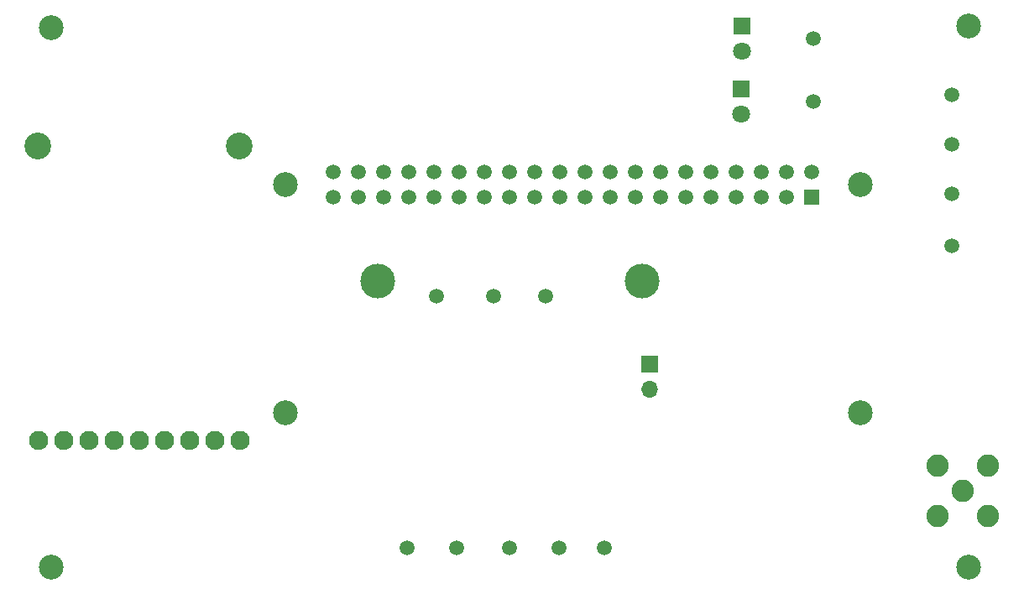
<source format=gbs>
G04 #@! TF.GenerationSoftware,KiCad,Pcbnew,(6.0.7-1)-1*
G04 #@! TF.CreationDate,2023-04-11T20:40:05-05:00*
G04 #@! TF.ProjectId,Neutro_v2,4e657574-726f-45f7-9632-2e6b69636164,v1*
G04 #@! TF.SameCoordinates,Original*
G04 #@! TF.FileFunction,Soldermask,Bot*
G04 #@! TF.FilePolarity,Negative*
%FSLAX46Y46*%
G04 Gerber Fmt 4.6, Leading zero omitted, Abs format (unit mm)*
G04 Created by KiCad (PCBNEW (6.0.7-1)-1) date 2023-04-11 20:40:05*
%MOMM*%
%LPD*%
G01*
G04 APERTURE LIST*
%ADD10C,1.500000*%
%ADD11C,2.500000*%
%ADD12C,2.250000*%
%ADD13C,2.700000*%
%ADD14C,1.930400*%
%ADD15R,1.800000X1.800000*%
%ADD16C,1.800000*%
%ADD17R,1.508000X1.508000*%
%ADD18C,1.508000*%
%ADD19C,3.500000*%
%ADD20R,1.700000X1.700000*%
%ADD21O,1.700000X1.700000*%
G04 APERTURE END LIST*
D10*
X157353000Y-127000000D03*
X145000000Y-101600000D03*
D11*
X198700000Y-74400000D03*
D10*
X183000000Y-82000000D03*
X142000000Y-127000000D03*
X197000000Y-81300000D03*
X156000000Y-101600000D03*
X161925000Y-127000000D03*
X150750000Y-101600000D03*
X147000000Y-127000000D03*
D12*
X198120000Y-121285000D03*
X200660000Y-118745000D03*
X200660000Y-123825000D03*
X195580000Y-123825000D03*
X195580000Y-118745000D03*
D10*
X197000000Y-86300000D03*
D11*
X106100000Y-129000000D03*
D10*
X197000000Y-96500000D03*
X183000000Y-75650000D03*
D11*
X198700000Y-129000000D03*
D10*
X197000000Y-91300000D03*
D13*
X104775000Y-86487000D03*
X125095000Y-86487000D03*
D14*
X104848000Y-116168000D03*
X107388000Y-116168000D03*
X112468000Y-116168000D03*
X120088000Y-116168000D03*
X125168000Y-116168000D03*
X117548000Y-116168000D03*
X115008000Y-116168000D03*
X109928000Y-116168000D03*
X122628000Y-116168000D03*
D10*
X152400000Y-127000000D03*
D11*
X106100000Y-74500000D03*
D15*
X175750000Y-80725000D03*
D16*
X175750000Y-83265000D03*
D15*
X175800000Y-74375000D03*
D16*
X175800000Y-76915000D03*
D11*
X129750000Y-90358000D03*
X129750000Y-113358000D03*
X187750000Y-113358000D03*
X187750000Y-90358000D03*
D17*
X182880000Y-91628000D03*
D18*
X182880000Y-89088000D03*
X180340000Y-91628000D03*
X180340000Y-89088000D03*
X177800000Y-91628000D03*
X177800000Y-89088000D03*
X175260000Y-91628000D03*
X175260000Y-89088000D03*
X172720000Y-91628000D03*
X172720000Y-89088000D03*
X170180000Y-91628000D03*
X170180000Y-89088000D03*
X167640000Y-91628000D03*
X167640000Y-89088000D03*
X165100000Y-91628000D03*
X165100000Y-89088000D03*
X162560000Y-91628000D03*
X162560000Y-89088000D03*
X160020000Y-91628000D03*
X160020000Y-89088000D03*
X157480000Y-91628000D03*
X157480000Y-89088000D03*
X154940000Y-91628000D03*
X154940000Y-89088000D03*
X152400000Y-91628000D03*
X152400000Y-89088000D03*
X149860000Y-91628000D03*
X149860000Y-89088000D03*
X147320000Y-91628000D03*
X147320000Y-89088000D03*
X144780000Y-91628000D03*
X144780000Y-89088000D03*
X142240000Y-91628000D03*
X142240000Y-89088000D03*
X139700000Y-91628000D03*
X139700000Y-89088000D03*
X137160000Y-91628000D03*
X137160000Y-89088000D03*
X134620000Y-91628000D03*
X134620000Y-89088000D03*
D19*
X165735000Y-100076000D03*
X139065000Y-100076000D03*
D20*
X166497000Y-108458000D03*
D21*
X166497000Y-110998000D03*
M02*

</source>
